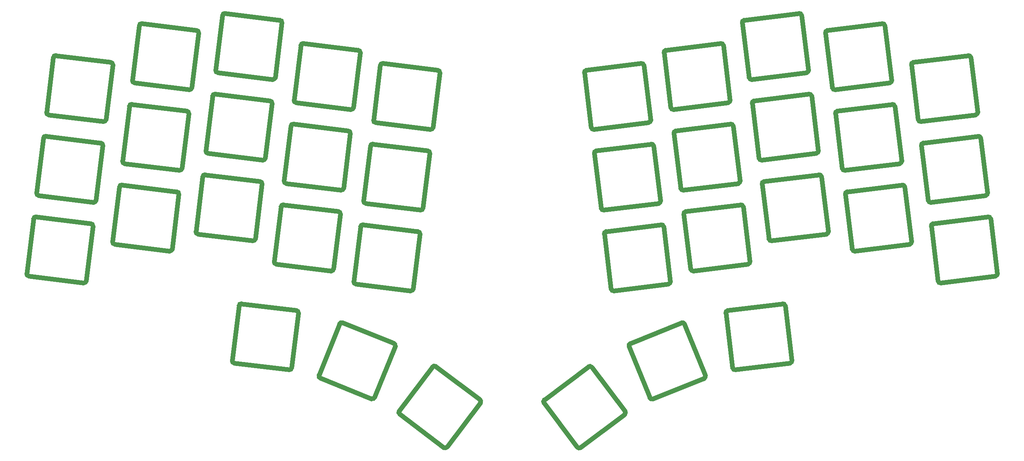
<source format=gbr>
%TF.GenerationSoftware,KiCad,Pcbnew,7.0.10-7.0.10~ubuntu22.04.1*%
%TF.CreationDate,2024-01-12T22:59:23+01:00*%
%TF.ProjectId,plate,706c6174-652e-46b6-9963-61645f706362,rev?*%
%TF.SameCoordinates,Original*%
%TF.FileFunction,Soldermask,Bot*%
%TF.FilePolarity,Negative*%
%FSLAX46Y46*%
G04 Gerber Fmt 4.6, Leading zero omitted, Abs format (unit mm)*
G04 Created by KiCad (PCBNEW 7.0.10-7.0.10~ubuntu22.04.1) date 2024-01-12 22:59:23*
%MOMM*%
%LPD*%
G01*
G04 APERTURE LIST*
%ADD10C,1.100000*%
G04 APERTURE END LIST*
D10*
%TO.C,MX19*%
X240255103Y-62450106D02*
X241839405Y-75353206D01*
X241404066Y-75910413D02*
X228500966Y-77494715D01*
X226794796Y-63599069D02*
X239697896Y-62014767D01*
X227943759Y-77059376D02*
X226359457Y-64156276D01*
X241401187Y-75909641D02*
G75*
G03*
X241836525Y-75352435I-60932J496270D01*
G01*
X240255103Y-62450106D02*
G75*
G03*
X239697896Y-62014767I-496271J-60932D01*
G01*
X227943760Y-77059376D02*
G75*
G03*
X228500966Y-77494714I496272J60934D01*
G01*
X226794796Y-63599070D02*
G75*
G03*
X226359458Y-64156276I60934J-496272D01*
G01*
%TO.C,MX17*%
X202441475Y-67093034D02*
X204025777Y-79996134D01*
X203590438Y-80553341D02*
X190687338Y-82137643D01*
X188981168Y-68241997D02*
X201884268Y-66657695D01*
X190130131Y-81702304D02*
X188545829Y-68799204D01*
X203587559Y-80552569D02*
G75*
G03*
X204022897Y-79995363I-60932J496270D01*
G01*
X202441475Y-67093034D02*
G75*
G03*
X201884268Y-66657695I-496271J-60932D01*
G01*
X190130132Y-81702304D02*
G75*
G03*
X190687338Y-82137642I496272J60934D01*
G01*
X188981168Y-68241998D02*
G75*
G03*
X188545830Y-68799204I60934J-496272D01*
G01*
%TO.C,MX11*%
X54867132Y-71636203D02*
X53282830Y-84539303D01*
X52725623Y-84974642D02*
X39822523Y-83390340D01*
X41528693Y-69494694D02*
X54431793Y-71078996D01*
X39387184Y-82833133D02*
X40971486Y-69930033D01*
X52723015Y-84973196D02*
G75*
G03*
X53280222Y-84537859I60937J496270D01*
G01*
X54867131Y-71636203D02*
G75*
G03*
X54431793Y-71078997I-496270J60936D01*
G01*
X39387185Y-82833133D02*
G75*
G03*
X39822523Y-83390339I496272J-60934D01*
G01*
X41528693Y-69494695D02*
G75*
G03*
X40971487Y-69930033I-60934J-496272D01*
G01*
%TO.C,MX4*%
X115112495Y-49892391D02*
X113528193Y-62795491D01*
X112970986Y-63230830D02*
X100067886Y-61646528D01*
X101774056Y-47750882D02*
X114677156Y-49335184D01*
X99632547Y-61089321D02*
X101216849Y-48186221D01*
X112968378Y-63229384D02*
G75*
G03*
X113525585Y-62794047I60937J496270D01*
G01*
X115112494Y-49892391D02*
G75*
G03*
X114677156Y-49335185I-496270J60936D01*
G01*
X99632548Y-61089321D02*
G75*
G03*
X100067886Y-61646527I496272J-60934D01*
G01*
X101774056Y-47750883D02*
G75*
G03*
X101216850Y-48186221I-60934J-496272D01*
G01*
%TO.C,MX27*%
X204762941Y-85999848D02*
X206347243Y-98902948D01*
X205911904Y-99460155D02*
X193008804Y-101044457D01*
X191302634Y-87148811D02*
X204205734Y-85564509D01*
X192451597Y-100609118D02*
X190867295Y-87706018D01*
X205909025Y-99459383D02*
G75*
G03*
X206344363Y-98902177I-60932J496270D01*
G01*
X204762941Y-85999848D02*
G75*
G03*
X204205734Y-85564509I-496271J-60932D01*
G01*
X192451598Y-100609118D02*
G75*
G03*
X193008804Y-101044456I496272J60934D01*
G01*
X191302634Y-87148812D02*
G75*
G03*
X190867296Y-87706018I60934J-496272D01*
G01*
%TO.C,MX13*%
X94463097Y-61763148D02*
X92878795Y-74666248D01*
X92321588Y-75101587D02*
X79418488Y-73517285D01*
X81124658Y-59621639D02*
X94027758Y-61205941D01*
X78983149Y-72960078D02*
X80567451Y-60056978D01*
X92318980Y-75100141D02*
G75*
G03*
X92876187Y-74664804I60937J496270D01*
G01*
X94463096Y-61763148D02*
G75*
G03*
X94027758Y-61205942I-496270J60936D01*
G01*
X78983150Y-72960078D02*
G75*
G03*
X79418488Y-73517284I496272J-60934D01*
G01*
X81124658Y-59621640D02*
G75*
G03*
X80567452Y-60056978I-60934J-496272D01*
G01*
%TO.C,MX24*%
X110469564Y-87706018D02*
X108885262Y-100609118D01*
X108328055Y-101044457D02*
X95424955Y-99460155D01*
X97131125Y-85564509D02*
X110034225Y-87148811D01*
X94989616Y-98902948D02*
X96573918Y-85999848D01*
X108325447Y-101043011D02*
G75*
G03*
X108882654Y-100607674I60937J496270D01*
G01*
X110469563Y-87706018D02*
G75*
G03*
X110034225Y-87148812I-496270J60936D01*
G01*
X94989617Y-98902948D02*
G75*
G03*
X95424955Y-99460154I496272J-60934D01*
G01*
X97131125Y-85564510D02*
G75*
G03*
X96573919Y-85999848I-60934J-496272D01*
G01*
%TO.C,MX34*%
X169296697Y-123589454D02*
X177120292Y-133971716D01*
X177021882Y-134671941D02*
X166639620Y-142495536D01*
X158214210Y-131314639D02*
X168596472Y-123491044D01*
X165939395Y-142397126D02*
X158115800Y-132014864D01*
X177019003Y-134672713D02*
G75*
G03*
X177117413Y-133972488I-300905J399317D01*
G01*
X169296697Y-123589454D02*
G75*
G03*
X168596472Y-123491044I-399317J-300905D01*
G01*
X165939396Y-142397125D02*
G75*
G03*
X166639619Y-142495535I399317J300907D01*
G01*
X158214211Y-131314640D02*
G75*
G03*
X158115801Y-132014863I300907J-399317D01*
G01*
%TO.C,MX32*%
X123313160Y-118701592D02*
X118443274Y-130754982D01*
X117792379Y-131031271D02*
X105738989Y-126161385D01*
X110983481Y-113180811D02*
X123036871Y-118050697D01*
X105462700Y-125510490D02*
X110332586Y-113457100D01*
X117790235Y-131029199D02*
G75*
G03*
X118441129Y-130752912I187304J463588D01*
G01*
X123313159Y-118701592D02*
G75*
G03*
X123036871Y-118050698I-463588J187304D01*
G01*
X105462701Y-125510490D02*
G75*
G03*
X105738989Y-126161384I463591J-187303D01*
G01*
X110983481Y-113180812D02*
G75*
G03*
X110332587Y-113457100I-187303J-463591D01*
G01*
%TO.C,MX35*%
X191024389Y-113507243D02*
X195894275Y-125560633D01*
X195617986Y-126211528D02*
X183564596Y-131081414D01*
X178320104Y-118100840D02*
X190373494Y-113230954D01*
X182913701Y-130805125D02*
X178043815Y-118751735D01*
X195615005Y-126211528D02*
G75*
G03*
X195891293Y-125560634I-187300J463590D01*
G01*
X191024388Y-113507243D02*
G75*
G03*
X190373494Y-113230955I-463590J-187300D01*
G01*
X182913702Y-130805125D02*
G75*
G03*
X183564596Y-131081413I463591J187303D01*
G01*
X178320104Y-118100841D02*
G75*
G03*
X178043816Y-118751735I187303J-463591D01*
G01*
%TO.C,MX29*%
X242576568Y-81356921D02*
X244160870Y-94260021D01*
X243725531Y-94817228D02*
X230822431Y-96401530D01*
X229116261Y-82505884D02*
X242019361Y-80921582D01*
X230265224Y-95966191D02*
X228680922Y-83063091D01*
X243722652Y-94816456D02*
G75*
G03*
X244157990Y-94259250I-60932J496270D01*
G01*
X242576568Y-81356921D02*
G75*
G03*
X242019361Y-80921582I-496271J-60932D01*
G01*
X230265225Y-95966191D02*
G75*
G03*
X230822431Y-96401529I496272J60934D01*
G01*
X229116261Y-82505885D02*
G75*
G03*
X228680923Y-83063091I60934J-496272D01*
G01*
%TO.C,MX20*%
X260365375Y-69930033D02*
X261949677Y-82833133D01*
X261514338Y-83390340D02*
X248611238Y-84974642D01*
X246905068Y-71078996D02*
X259808168Y-69494694D01*
X248054031Y-84539303D02*
X246469729Y-71636203D01*
X261511459Y-83389568D02*
G75*
G03*
X261946797Y-82832362I-60932J496270D01*
G01*
X260365375Y-69930033D02*
G75*
G03*
X259808168Y-69494694I-496271J-60932D01*
G01*
X248054032Y-84539303D02*
G75*
G03*
X248611238Y-84974641I496272J60934D01*
G01*
X246905068Y-71078997D02*
G75*
G03*
X246469730Y-71636203I60934J-496272D01*
G01*
%TO.C,MX5*%
X133729869Y-54571154D02*
X132145567Y-67474254D01*
X131588360Y-67909593D02*
X118685260Y-66325291D01*
X120391430Y-52429645D02*
X133294530Y-54013947D01*
X118249921Y-65768084D02*
X119834223Y-52864984D01*
X131585752Y-67908147D02*
G75*
G03*
X132142959Y-67472810I60937J496270D01*
G01*
X133729868Y-54571154D02*
G75*
G03*
X133294530Y-54013948I-496270J60936D01*
G01*
X118249922Y-65768084D02*
G75*
G03*
X118685260Y-66325290I496272J-60934D01*
G01*
X120391430Y-52429646D02*
G75*
G03*
X119834224Y-52864984I-60934J-496272D01*
G01*
%TO.C,MX14*%
X112791029Y-68799204D02*
X111206727Y-81702304D01*
X110649520Y-82137643D02*
X97746420Y-80553341D01*
X99452590Y-66657695D02*
X112355690Y-68241997D01*
X97311081Y-79996134D02*
X98895383Y-67093034D01*
X110646912Y-82136197D02*
G75*
G03*
X111204119Y-81700860I60937J496270D01*
G01*
X112791028Y-68799204D02*
G75*
G03*
X112355690Y-68241998I-496270J60936D01*
G01*
X97311082Y-79996134D02*
G75*
G03*
X97746420Y-80553340I496272J-60934D01*
G01*
X99452590Y-66657696D02*
G75*
G03*
X98895384Y-67093034I-60934J-496272D01*
G01*
%TO.C,MX28*%
X223090870Y-78963794D02*
X224675172Y-91866894D01*
X224239833Y-92424101D02*
X211336733Y-94008403D01*
X209630563Y-80112757D02*
X222533663Y-78528455D01*
X210779526Y-93573064D02*
X209195224Y-80669964D01*
X224236954Y-92423329D02*
G75*
G03*
X224672292Y-91866123I-60932J496270D01*
G01*
X223090870Y-78963794D02*
G75*
G03*
X222533663Y-78528455I-496271J-60932D01*
G01*
X210779527Y-93573064D02*
G75*
G03*
X211336733Y-94008402I496272J60934D01*
G01*
X209630563Y-80112758D02*
G75*
G03*
X209195225Y-80669964I60934J-496272D01*
G01*
%TO.C,MX23*%
X92141633Y-80669960D02*
X90557331Y-93573060D01*
X90000124Y-94008399D02*
X77097024Y-92424097D01*
X78803194Y-78528451D02*
X91706294Y-80112753D01*
X76661685Y-91866890D02*
X78245987Y-78963790D01*
X89997516Y-94006953D02*
G75*
G03*
X90554723Y-93571616I60937J496270D01*
G01*
X92141632Y-80669960D02*
G75*
G03*
X91706294Y-80112754I-496270J60936D01*
G01*
X76661686Y-91866890D02*
G75*
G03*
X77097024Y-92424096I496272J-60934D01*
G01*
X78803194Y-78528452D02*
G75*
G03*
X78245988Y-78963790I-60934J-496272D01*
G01*
%TO.C,MX7*%
X200120011Y-48186221D02*
X201704313Y-61089321D01*
X201268974Y-61646528D02*
X188365874Y-63230830D01*
X186659704Y-49335184D02*
X199562804Y-47750882D01*
X187808667Y-62795491D02*
X186224365Y-49892391D01*
X201266095Y-61645756D02*
G75*
G03*
X201701433Y-61088550I-60932J496270D01*
G01*
X200120011Y-48186221D02*
G75*
G03*
X199562804Y-47750882I-496271J-60932D01*
G01*
X187808668Y-62795491D02*
G75*
G03*
X188365874Y-63230829I496272J60934D01*
G01*
X186659704Y-49335185D02*
G75*
G03*
X186224366Y-49892391I60934J-496272D01*
G01*
%TO.C,MX15*%
X131408406Y-73477967D02*
X129824104Y-86381067D01*
X129266897Y-86816406D02*
X116363797Y-85232104D01*
X118069967Y-71336458D02*
X130973067Y-72920760D01*
X115928458Y-84674897D02*
X117512760Y-71771797D01*
X129264289Y-86814960D02*
G75*
G03*
X129821496Y-86379623I60937J496270D01*
G01*
X131408405Y-73477967D02*
G75*
G03*
X130973067Y-72920761I-496270J60936D01*
G01*
X115928459Y-84674897D02*
G75*
G03*
X116363797Y-85232103I496272J-60934D01*
G01*
X118069967Y-71336459D02*
G75*
G03*
X117512761Y-71771797I-60934J-496272D01*
G01*
%TO.C,MX26*%
X186145566Y-90678611D02*
X187729868Y-103581711D01*
X187294529Y-104138918D02*
X174391429Y-105723220D01*
X172685259Y-91827574D02*
X185588359Y-90243272D01*
X173834222Y-105287881D02*
X172249920Y-92384781D01*
X187291650Y-104138146D02*
G75*
G03*
X187726988Y-103580940I-60932J496270D01*
G01*
X186145566Y-90678611D02*
G75*
G03*
X185588359Y-90243272I-496271J-60932D01*
G01*
X173834223Y-105287881D02*
G75*
G03*
X174391429Y-105723219I496272J60934D01*
G01*
X172685259Y-91827575D02*
G75*
G03*
X172249921Y-92384781I60934J-496272D01*
G01*
%TO.C,MX2*%
X77298871Y-45249463D02*
X75714569Y-58152563D01*
X75157362Y-58587902D02*
X62254262Y-57003600D01*
X63960432Y-43107954D02*
X76863532Y-44692256D01*
X61818923Y-56446393D02*
X63403225Y-43543293D01*
X75154754Y-58586456D02*
G75*
G03*
X75711961Y-58151119I60937J496270D01*
G01*
X77298870Y-45249463D02*
G75*
G03*
X76863532Y-44692257I-496270J60936D01*
G01*
X61818924Y-56446393D02*
G75*
G03*
X62254262Y-57003599I496272J-60934D01*
G01*
X63960432Y-43107955D02*
G75*
G03*
X63403226Y-43543293I-60934J-496272D01*
G01*
%TO.C,MX6*%
X181502635Y-52864985D02*
X183086937Y-65768085D01*
X182651598Y-66325292D02*
X169748498Y-67909594D01*
X168042328Y-54013948D02*
X180945428Y-52429646D01*
X169191291Y-67474255D02*
X167606989Y-54571155D01*
X182648719Y-66324520D02*
G75*
G03*
X183084057Y-65767314I-60932J496270D01*
G01*
X181502635Y-52864985D02*
G75*
G03*
X180945428Y-52429646I-496271J-60932D01*
G01*
X169191292Y-67474255D02*
G75*
G03*
X169748498Y-67909593I496272J60934D01*
G01*
X168042328Y-54013949D02*
G75*
G03*
X167606990Y-54571155I60934J-496272D01*
G01*
%TO.C,MX1*%
X57188597Y-52729390D02*
X55604295Y-65632490D01*
X55047088Y-66067829D02*
X42143988Y-64483527D01*
X43850158Y-50587881D02*
X56753258Y-52172183D01*
X41708649Y-63926320D02*
X43292951Y-51023220D01*
X55044480Y-66066383D02*
G75*
G03*
X55601687Y-65631046I60937J496270D01*
G01*
X57188596Y-52729390D02*
G75*
G03*
X56753258Y-52172184I-496270J60936D01*
G01*
X41708650Y-63926320D02*
G75*
G03*
X42143988Y-64483526I496272J-60934D01*
G01*
X43850158Y-50587882D02*
G75*
G03*
X43292952Y-51023220I-60934J-496272D01*
G01*
%TO.C,MX18*%
X220769408Y-60056977D02*
X222353710Y-72960077D01*
X221918371Y-73517284D02*
X209015271Y-75101586D01*
X207309101Y-61205940D02*
X220212201Y-59621638D01*
X208458064Y-74666247D02*
X206873762Y-61763147D01*
X221915492Y-73516512D02*
G75*
G03*
X222350830Y-72959306I-60932J496270D01*
G01*
X220769408Y-60056977D02*
G75*
G03*
X220212201Y-59621638I-496271J-60932D01*
G01*
X208458065Y-74666247D02*
G75*
G03*
X209015271Y-75101585I496272J60934D01*
G01*
X207309101Y-61205941D02*
G75*
G03*
X206873763Y-61763147I60934J-496272D01*
G01*
%TO.C,MX21*%
X52545665Y-90543016D02*
X50961363Y-103446116D01*
X50404156Y-103881455D02*
X37501056Y-102297153D01*
X39207226Y-88401507D02*
X52110326Y-89985809D01*
X37065717Y-101739946D02*
X38650019Y-88836846D01*
X50401548Y-103880009D02*
G75*
G03*
X50958755Y-103444672I60937J496270D01*
G01*
X52545664Y-90543016D02*
G75*
G03*
X52110326Y-89985810I-496270J60936D01*
G01*
X37065718Y-101739946D02*
G75*
G03*
X37501056Y-102297152I496272J-60934D01*
G01*
X39207226Y-88401508D02*
G75*
G03*
X38650020Y-88836846I-60934J-496272D01*
G01*
%TO.C,MX8*%
X218447945Y-41150163D02*
X220032247Y-54053263D01*
X219596908Y-54610470D02*
X206693808Y-56194772D01*
X204987638Y-42299126D02*
X217890738Y-40714824D01*
X206136601Y-55759433D02*
X204552299Y-42856333D01*
X219594029Y-54609698D02*
G75*
G03*
X220029367Y-54052492I-60932J496270D01*
G01*
X218447945Y-41150163D02*
G75*
G03*
X217890738Y-40714824I-496271J-60932D01*
G01*
X206136602Y-55759433D02*
G75*
G03*
X206693808Y-56194771I496272J60934D01*
G01*
X204987638Y-42299127D02*
G75*
G03*
X204552300Y-42856333I60934J-496272D01*
G01*
%TO.C,MX16*%
X183824100Y-71771798D02*
X185408402Y-84674898D01*
X184973063Y-85232105D02*
X172069963Y-86816407D01*
X170363793Y-72920761D02*
X183266893Y-71336459D01*
X171512756Y-86381068D02*
X169928454Y-73477968D01*
X184970184Y-85231333D02*
G75*
G03*
X185405522Y-84674127I-60932J496270D01*
G01*
X183824100Y-71771798D02*
G75*
G03*
X183266893Y-71336459I-496271J-60932D01*
G01*
X171512757Y-86381068D02*
G75*
G03*
X172069963Y-86816406I496272J60934D01*
G01*
X170363793Y-72920762D02*
G75*
G03*
X169928455Y-73477968I60934J-496272D01*
G01*
%TO.C,MX31*%
X100644210Y-110900187D02*
X99059908Y-123803287D01*
X98502701Y-124238626D02*
X85599601Y-122654324D01*
X87305771Y-108758678D02*
X100208871Y-110342980D01*
X85164262Y-122097117D02*
X86748564Y-109194017D01*
X98500093Y-124237180D02*
G75*
G03*
X99057300Y-123801843I60937J496270D01*
G01*
X100644209Y-110900187D02*
G75*
G03*
X100208871Y-110342981I-496270J60936D01*
G01*
X85164263Y-122097117D02*
G75*
G03*
X85599601Y-122654323I496272J-60934D01*
G01*
X87305771Y-108758679D02*
G75*
G03*
X86748565Y-109194017I-60934J-496272D01*
G01*
%TO.C,MX30*%
X262686839Y-88836847D02*
X264271141Y-101739947D01*
X263835802Y-102297154D02*
X250932702Y-103881456D01*
X249226532Y-89985810D02*
X262129632Y-88401508D01*
X250375495Y-103446117D02*
X248791193Y-90543017D01*
X263832923Y-102296382D02*
G75*
G03*
X264268261Y-101739176I-60932J496270D01*
G01*
X262686839Y-88836847D02*
G75*
G03*
X262129632Y-88401508I-496271J-60932D01*
G01*
X250375496Y-103446117D02*
G75*
G03*
X250932702Y-103881455I496272J60934D01*
G01*
X249226532Y-89985811D02*
G75*
G03*
X248791194Y-90543017I60934J-496272D01*
G01*
%TO.C,MX10*%
X258043911Y-51023220D02*
X259628213Y-63926320D01*
X259192874Y-64483527D02*
X246289774Y-66067829D01*
X244583604Y-52172183D02*
X257486704Y-50587881D01*
X245732567Y-65632490D02*
X244148265Y-52729390D01*
X259189995Y-64482755D02*
G75*
G03*
X259625333Y-63925549I-60932J496270D01*
G01*
X258043911Y-51023220D02*
G75*
G03*
X257486704Y-50587881I-496271J-60932D01*
G01*
X245732568Y-65632490D02*
G75*
G03*
X246289774Y-66067828I496272J60934D01*
G01*
X244583604Y-52172184D02*
G75*
G03*
X244148266Y-52729390I60934J-496272D01*
G01*
%TO.C,MX9*%
X237933637Y-43543293D02*
X239517939Y-56446393D01*
X239082600Y-57003600D02*
X226179500Y-58587902D01*
X224473330Y-44692256D02*
X237376430Y-43107954D01*
X225622293Y-58152563D02*
X224037991Y-45249463D01*
X239079721Y-57002828D02*
G75*
G03*
X239515059Y-56445622I-60932J496270D01*
G01*
X237933637Y-43543293D02*
G75*
G03*
X237376430Y-43107954I-496271J-60932D01*
G01*
X225622294Y-58152563D02*
G75*
G03*
X226179500Y-58587901I496272J60934D01*
G01*
X224473330Y-44692257D02*
G75*
G03*
X224037992Y-45249463I60934J-496272D01*
G01*
%TO.C,MX33*%
X143240901Y-131965022D02*
X135417306Y-142347284D01*
X134717081Y-142445694D02*
X124334819Y-134622099D01*
X132760229Y-123441202D02*
X143142491Y-131264797D01*
X124236409Y-133921874D02*
X132060004Y-123539612D01*
X134715546Y-142443139D02*
G75*
G03*
X135415770Y-142344729I300907J399314D01*
G01*
X143240900Y-131965021D02*
G75*
G03*
X143142490Y-131264798I-399314J300907D01*
G01*
X124236409Y-133921874D02*
G75*
G03*
X124334819Y-134622099I399318J-300907D01*
G01*
X132760229Y-123441202D02*
G75*
G03*
X132060004Y-123539612I-300907J-399318D01*
G01*
%TO.C,MX36*%
X214588298Y-109194017D02*
X216172600Y-122097117D01*
X215737261Y-122654324D02*
X202834161Y-124238626D01*
X201127991Y-110342980D02*
X214031091Y-108758678D01*
X202276954Y-123803287D02*
X200692652Y-110900187D01*
X215734382Y-122653552D02*
G75*
G03*
X216169720Y-122096346I-60932J496270D01*
G01*
X214588298Y-109194017D02*
G75*
G03*
X214031091Y-108758678I-496271J-60932D01*
G01*
X202276955Y-123803287D02*
G75*
G03*
X202834161Y-124238625I496272J60934D01*
G01*
X201127991Y-110342981D02*
G75*
G03*
X200692653Y-110900187I60934J-496272D01*
G01*
%TO.C,MX12*%
X74977404Y-64156277D02*
X73393102Y-77059377D01*
X72835895Y-77494716D02*
X59932795Y-75910414D01*
X61638965Y-62014768D02*
X74542065Y-63599070D01*
X59497456Y-75353207D02*
X61081758Y-62450107D01*
X72833287Y-77493270D02*
G75*
G03*
X73390494Y-77057933I60937J496270D01*
G01*
X74977403Y-64156277D02*
G75*
G03*
X74542065Y-63599071I-496270J60936D01*
G01*
X59497457Y-75353207D02*
G75*
G03*
X59932795Y-75910413I496272J-60934D01*
G01*
X61638965Y-62014769D02*
G75*
G03*
X61081759Y-62450107I-60934J-496272D01*
G01*
%TO.C,MX25*%
X129086938Y-92384780D02*
X127502636Y-105287880D01*
X126945429Y-105723219D02*
X114042329Y-104138917D01*
X115748499Y-90243271D02*
X128651599Y-91827573D01*
X113606990Y-103581710D02*
X115191292Y-90678610D01*
X126942821Y-105721773D02*
G75*
G03*
X127500028Y-105286436I60937J496270D01*
G01*
X129086937Y-92384780D02*
G75*
G03*
X128651599Y-91827574I-496270J60936D01*
G01*
X113606991Y-103581710D02*
G75*
G03*
X114042329Y-104138916I496272J-60934D01*
G01*
X115748499Y-90243272D02*
G75*
G03*
X115191293Y-90678610I-60934J-496272D01*
G01*
%TO.C,MX22*%
X72655940Y-83063089D02*
X71071638Y-95966189D01*
X70514431Y-96401528D02*
X57611331Y-94817226D01*
X59317501Y-80921580D02*
X72220601Y-82505882D01*
X57175992Y-94260019D02*
X58760294Y-81356919D01*
X70511823Y-96400082D02*
G75*
G03*
X71069030Y-95964745I60937J496270D01*
G01*
X72655939Y-83063089D02*
G75*
G03*
X72220601Y-82505883I-496270J60936D01*
G01*
X57175993Y-94260019D02*
G75*
G03*
X57611331Y-94817225I496272J-60934D01*
G01*
X59317501Y-80921581D02*
G75*
G03*
X58760295Y-81356919I-60934J-496272D01*
G01*
%TO.C,MX3*%
X96784561Y-42856333D02*
X95200259Y-55759433D01*
X94643052Y-56194772D02*
X81739952Y-54610470D01*
X83446122Y-40714824D02*
X96349222Y-42299126D01*
X81304613Y-54053263D02*
X82888915Y-41150163D01*
X94640444Y-56193326D02*
G75*
G03*
X95197651Y-55757989I60937J496270D01*
G01*
X96784560Y-42856333D02*
G75*
G03*
X96349222Y-42299127I-496270J60936D01*
G01*
X81304614Y-54053263D02*
G75*
G03*
X81739952Y-54610469I496272J-60934D01*
G01*
X83446122Y-40714825D02*
G75*
G03*
X82888916Y-41150163I-60934J-496272D01*
G01*
%TD*%
M02*

</source>
